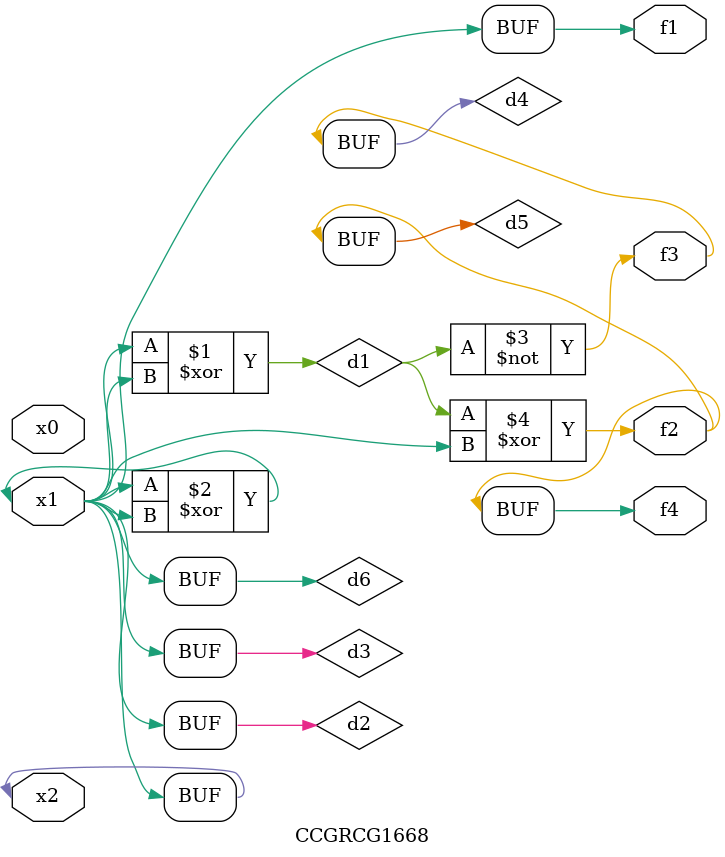
<source format=v>
module CCGRCG1668(
	input x0, x1, x2,
	output f1, f2, f3, f4
);

	wire d1, d2, d3, d4, d5, d6;

	xor (d1, x1, x2);
	buf (d2, x1, x2);
	xor (d3, x1, x2);
	nor (d4, d1);
	xor (d5, d1, d2);
	buf (d6, d2, d3);
	assign f1 = d6;
	assign f2 = d5;
	assign f3 = d4;
	assign f4 = d5;
endmodule

</source>
